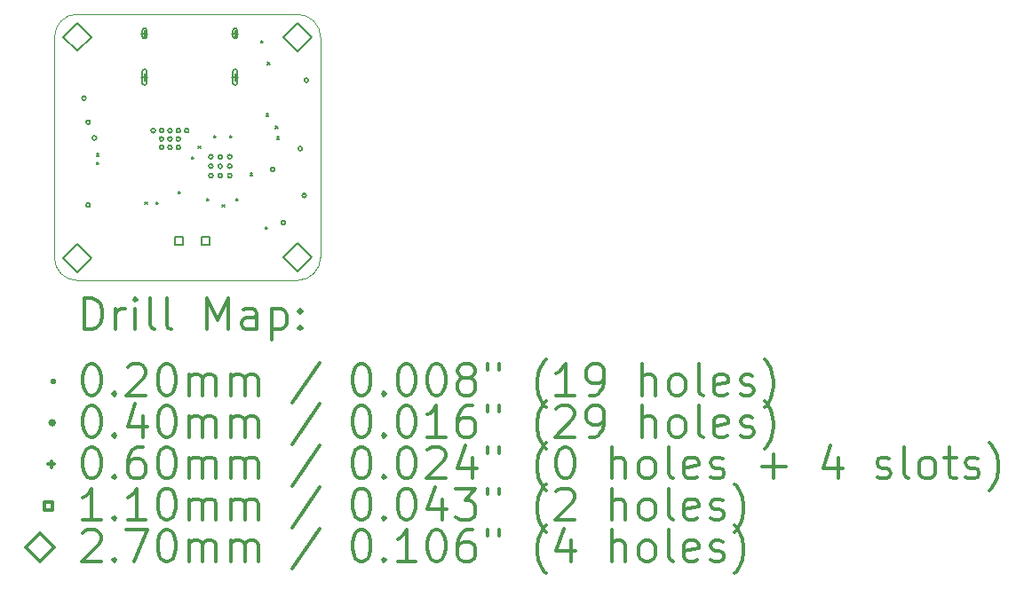
<source format=gbr>
%FSLAX45Y45*%
G04 Gerber Fmt 4.5, Leading zero omitted, Abs format (unit mm)*
G04 Created by KiCad (PCBNEW (5.1.7-0-10_14)) date 2020-10-21 09:17:31*
%MOMM*%
%LPD*%
G01*
G04 APERTURE LIST*
%TA.AperFunction,Profile*%
%ADD10C,0.050000*%
%TD*%
%ADD11C,0.200000*%
%ADD12C,0.300000*%
G04 APERTURE END LIST*
D10*
X10880000Y-3865000D02*
G75*
G02*
X11095000Y-3650000I215000J0D01*
G01*
X11095000Y-6190000D02*
G75*
G02*
X10880000Y-5975000I0J215000D01*
G01*
X13416000Y-5970000D02*
G75*
G02*
X13196000Y-6190000I-220000J0D01*
G01*
X13196000Y-3650000D02*
G75*
G02*
X13416000Y-3870000I0J-220000D01*
G01*
X10880000Y-5975000D02*
X10880000Y-3865000D01*
X13196000Y-6190000D02*
X11095000Y-6190000D01*
X13416000Y-3870000D02*
X13416000Y-5970000D01*
X11095000Y-3650000D02*
X13196000Y-3650000D01*
D11*
X11279999Y-4980000D02*
X11299999Y-5000000D01*
X11299999Y-4980000D02*
X11279999Y-5000000D01*
X11280000Y-5060000D02*
X11300000Y-5080000D01*
X11300000Y-5060000D02*
X11280000Y-5080000D01*
X11741302Y-5442848D02*
X11761302Y-5462848D01*
X11761302Y-5442848D02*
X11741302Y-5462848D01*
X11847017Y-5440146D02*
X11867017Y-5460146D01*
X11867017Y-5440146D02*
X11847017Y-5460146D01*
X12060000Y-5340000D02*
X12080000Y-5360000D01*
X12080000Y-5340000D02*
X12060000Y-5360000D01*
X12186694Y-5012499D02*
X12206694Y-5032499D01*
X12206694Y-5012499D02*
X12186694Y-5032499D01*
X12250000Y-4910000D02*
X12270000Y-4930000D01*
X12270000Y-4910000D02*
X12250000Y-4930000D01*
X12330000Y-5407499D02*
X12350000Y-5427499D01*
X12350000Y-5407499D02*
X12330000Y-5427499D01*
X12400000Y-4810000D02*
X12420000Y-4830000D01*
X12420000Y-4810000D02*
X12400000Y-4830000D01*
X12480001Y-5470000D02*
X12500001Y-5490000D01*
X12500001Y-5470000D02*
X12480001Y-5490000D01*
X12550000Y-4810000D02*
X12570000Y-4830000D01*
X12570000Y-4810000D02*
X12550000Y-4830000D01*
X12610000Y-5410000D02*
X12630000Y-5430000D01*
X12630000Y-5410000D02*
X12610000Y-5430000D01*
X12748501Y-5167251D02*
X12768501Y-5187251D01*
X12768501Y-5167251D02*
X12748501Y-5187251D01*
X12850000Y-3900000D02*
X12870000Y-3920000D01*
X12870000Y-3900000D02*
X12850000Y-3920000D01*
X12890000Y-5680000D02*
X12910000Y-5700000D01*
X12910000Y-5680000D02*
X12890000Y-5700000D01*
X12900000Y-4600000D02*
X12920000Y-4620000D01*
X12920000Y-4600000D02*
X12900000Y-4620000D01*
X12912501Y-4110000D02*
X12932501Y-4130000D01*
X12932501Y-4110000D02*
X12912501Y-4130000D01*
X12987499Y-4720000D02*
X13007499Y-4740000D01*
X13007499Y-4720000D02*
X12987499Y-4740000D01*
X13001021Y-4821021D02*
X13021021Y-4841021D01*
X13021021Y-4821021D02*
X13001021Y-4841021D01*
X11180000Y-4450000D02*
G75*
G03*
X11180000Y-4450000I-20000J0D01*
G01*
X11220000Y-4679999D02*
G75*
G03*
X11220000Y-4679999I-20000J0D01*
G01*
X11220000Y-5470000D02*
G75*
G03*
X11220000Y-5470000I-20000J0D01*
G01*
X11280000Y-4830000D02*
G75*
G03*
X11280000Y-4830000I-20000J0D01*
G01*
X11840000Y-4760000D02*
G75*
G03*
X11840000Y-4760000I-20000J0D01*
G01*
X11920000Y-4760000D02*
G75*
G03*
X11920000Y-4760000I-20000J0D01*
G01*
X11920000Y-4840000D02*
G75*
G03*
X11920000Y-4840000I-20000J0D01*
G01*
X11920000Y-4920000D02*
G75*
G03*
X11920000Y-4920000I-20000J0D01*
G01*
X12000000Y-4760000D02*
G75*
G03*
X12000000Y-4760000I-20000J0D01*
G01*
X12000000Y-4840000D02*
G75*
G03*
X12000000Y-4840000I-20000J0D01*
G01*
X12000000Y-4920000D02*
G75*
G03*
X12000000Y-4920000I-20000J0D01*
G01*
X12080000Y-4760000D02*
G75*
G03*
X12080000Y-4760000I-20000J0D01*
G01*
X12080000Y-4840000D02*
G75*
G03*
X12080000Y-4840000I-20000J0D01*
G01*
X12080000Y-4920000D02*
G75*
G03*
X12080000Y-4920000I-20000J0D01*
G01*
X12160000Y-4760000D02*
G75*
G03*
X12160000Y-4760000I-20000J0D01*
G01*
X12390000Y-5010000D02*
G75*
G03*
X12390000Y-5010000I-20000J0D01*
G01*
X12390000Y-5100000D02*
G75*
G03*
X12390000Y-5100000I-20000J0D01*
G01*
X12390000Y-5190000D02*
G75*
G03*
X12390000Y-5190000I-20000J0D01*
G01*
X12480000Y-5010000D02*
G75*
G03*
X12480000Y-5010000I-20000J0D01*
G01*
X12480000Y-5100000D02*
G75*
G03*
X12480000Y-5100000I-20000J0D01*
G01*
X12480000Y-5190000D02*
G75*
G03*
X12480000Y-5190000I-20000J0D01*
G01*
X12570000Y-5010000D02*
G75*
G03*
X12570000Y-5010000I-20000J0D01*
G01*
X12570000Y-5100000D02*
G75*
G03*
X12570000Y-5100000I-20000J0D01*
G01*
X12570000Y-5190000D02*
G75*
G03*
X12570000Y-5190000I-20000J0D01*
G01*
X12980000Y-5130000D02*
G75*
G03*
X12980000Y-5130000I-20000J0D01*
G01*
X13080000Y-5640000D02*
G75*
G03*
X13080000Y-5640000I-20000J0D01*
G01*
X13242308Y-4932308D02*
G75*
G03*
X13242308Y-4932308I-20000J0D01*
G01*
X13280000Y-5380001D02*
G75*
G03*
X13280000Y-5380001I-20000J0D01*
G01*
X13301250Y-4278751D02*
G75*
G03*
X13301250Y-4278751I-20000J0D01*
G01*
X11738000Y-3802500D02*
X11738000Y-3862500D01*
X11708000Y-3832500D02*
X11768000Y-3832500D01*
X11758000Y-3862500D02*
X11758000Y-3802500D01*
X11718000Y-3862500D02*
X11718000Y-3802500D01*
X11758000Y-3802500D02*
G75*
G03*
X11718000Y-3802500I-20000J0D01*
G01*
X11718000Y-3862500D02*
G75*
G03*
X11758000Y-3862500I20000J0D01*
G01*
X11738000Y-4220500D02*
X11738000Y-4280500D01*
X11708000Y-4250500D02*
X11768000Y-4250500D01*
X11758000Y-4305500D02*
X11758000Y-4195500D01*
X11718000Y-4305500D02*
X11718000Y-4195500D01*
X11758000Y-4195500D02*
G75*
G03*
X11718000Y-4195500I-20000J0D01*
G01*
X11718000Y-4305500D02*
G75*
G03*
X11758000Y-4305500I20000J0D01*
G01*
X12602000Y-3802500D02*
X12602000Y-3862500D01*
X12572000Y-3832500D02*
X12632000Y-3832500D01*
X12622000Y-3862500D02*
X12622000Y-3802500D01*
X12582000Y-3862500D02*
X12582000Y-3802500D01*
X12622000Y-3802500D02*
G75*
G03*
X12582000Y-3802500I-20000J0D01*
G01*
X12582000Y-3862500D02*
G75*
G03*
X12622000Y-3862500I20000J0D01*
G01*
X12602000Y-4220500D02*
X12602000Y-4280500D01*
X12572000Y-4250500D02*
X12632000Y-4250500D01*
X12622000Y-4305500D02*
X12622000Y-4195500D01*
X12582000Y-4305500D02*
X12582000Y-4195500D01*
X12622000Y-4195500D02*
G75*
G03*
X12582000Y-4195500I-20000J0D01*
G01*
X12582000Y-4305500D02*
G75*
G03*
X12622000Y-4305500I20000J0D01*
G01*
X12104891Y-5848891D02*
X12104891Y-5771109D01*
X12027109Y-5771109D01*
X12027109Y-5848891D01*
X12104891Y-5848891D01*
X12358891Y-5848891D02*
X12358891Y-5771109D01*
X12281109Y-5771109D01*
X12281109Y-5848891D01*
X12358891Y-5848891D01*
X13196000Y-6105000D02*
X13331000Y-5970000D01*
X13196000Y-5835000D01*
X13061000Y-5970000D01*
X13196000Y-6105000D01*
X11096000Y-6110000D02*
X11231000Y-5975000D01*
X11096000Y-5840000D01*
X10961000Y-5975000D01*
X11096000Y-6110000D01*
X13196000Y-4005000D02*
X13331000Y-3870000D01*
X13196000Y-3735000D01*
X13061000Y-3870000D01*
X13196000Y-4005000D01*
X11095000Y-4000000D02*
X11230000Y-3865000D01*
X11095000Y-3730000D01*
X10960000Y-3865000D01*
X11095000Y-4000000D01*
D12*
X11163928Y-6658214D02*
X11163928Y-6358214D01*
X11235357Y-6358214D01*
X11278214Y-6372500D01*
X11306786Y-6401071D01*
X11321071Y-6429643D01*
X11335357Y-6486786D01*
X11335357Y-6529643D01*
X11321071Y-6586786D01*
X11306786Y-6615357D01*
X11278214Y-6643929D01*
X11235357Y-6658214D01*
X11163928Y-6658214D01*
X11463928Y-6658214D02*
X11463928Y-6458214D01*
X11463928Y-6515357D02*
X11478214Y-6486786D01*
X11492500Y-6472500D01*
X11521071Y-6458214D01*
X11549643Y-6458214D01*
X11649643Y-6658214D02*
X11649643Y-6458214D01*
X11649643Y-6358214D02*
X11635357Y-6372500D01*
X11649643Y-6386786D01*
X11663928Y-6372500D01*
X11649643Y-6358214D01*
X11649643Y-6386786D01*
X11835357Y-6658214D02*
X11806786Y-6643929D01*
X11792500Y-6615357D01*
X11792500Y-6358214D01*
X11992500Y-6658214D02*
X11963928Y-6643929D01*
X11949643Y-6615357D01*
X11949643Y-6358214D01*
X12335357Y-6658214D02*
X12335357Y-6358214D01*
X12435357Y-6572500D01*
X12535357Y-6358214D01*
X12535357Y-6658214D01*
X12806786Y-6658214D02*
X12806786Y-6501071D01*
X12792500Y-6472500D01*
X12763928Y-6458214D01*
X12706786Y-6458214D01*
X12678214Y-6472500D01*
X12806786Y-6643929D02*
X12778214Y-6658214D01*
X12706786Y-6658214D01*
X12678214Y-6643929D01*
X12663928Y-6615357D01*
X12663928Y-6586786D01*
X12678214Y-6558214D01*
X12706786Y-6543929D01*
X12778214Y-6543929D01*
X12806786Y-6529643D01*
X12949643Y-6458214D02*
X12949643Y-6758214D01*
X12949643Y-6472500D02*
X12978214Y-6458214D01*
X13035357Y-6458214D01*
X13063928Y-6472500D01*
X13078214Y-6486786D01*
X13092500Y-6515357D01*
X13092500Y-6601071D01*
X13078214Y-6629643D01*
X13063928Y-6643929D01*
X13035357Y-6658214D01*
X12978214Y-6658214D01*
X12949643Y-6643929D01*
X13221071Y-6629643D02*
X13235357Y-6643929D01*
X13221071Y-6658214D01*
X13206786Y-6643929D01*
X13221071Y-6629643D01*
X13221071Y-6658214D01*
X13221071Y-6472500D02*
X13235357Y-6486786D01*
X13221071Y-6501071D01*
X13206786Y-6486786D01*
X13221071Y-6472500D01*
X13221071Y-6501071D01*
X10857500Y-7142500D02*
X10877500Y-7162500D01*
X10877500Y-7142500D02*
X10857500Y-7162500D01*
X11221071Y-6988214D02*
X11249643Y-6988214D01*
X11278214Y-7002500D01*
X11292500Y-7016786D01*
X11306786Y-7045357D01*
X11321071Y-7102500D01*
X11321071Y-7173929D01*
X11306786Y-7231071D01*
X11292500Y-7259643D01*
X11278214Y-7273929D01*
X11249643Y-7288214D01*
X11221071Y-7288214D01*
X11192500Y-7273929D01*
X11178214Y-7259643D01*
X11163928Y-7231071D01*
X11149643Y-7173929D01*
X11149643Y-7102500D01*
X11163928Y-7045357D01*
X11178214Y-7016786D01*
X11192500Y-7002500D01*
X11221071Y-6988214D01*
X11449643Y-7259643D02*
X11463928Y-7273929D01*
X11449643Y-7288214D01*
X11435357Y-7273929D01*
X11449643Y-7259643D01*
X11449643Y-7288214D01*
X11578214Y-7016786D02*
X11592500Y-7002500D01*
X11621071Y-6988214D01*
X11692500Y-6988214D01*
X11721071Y-7002500D01*
X11735357Y-7016786D01*
X11749643Y-7045357D01*
X11749643Y-7073929D01*
X11735357Y-7116786D01*
X11563928Y-7288214D01*
X11749643Y-7288214D01*
X11935357Y-6988214D02*
X11963928Y-6988214D01*
X11992500Y-7002500D01*
X12006786Y-7016786D01*
X12021071Y-7045357D01*
X12035357Y-7102500D01*
X12035357Y-7173929D01*
X12021071Y-7231071D01*
X12006786Y-7259643D01*
X11992500Y-7273929D01*
X11963928Y-7288214D01*
X11935357Y-7288214D01*
X11906786Y-7273929D01*
X11892500Y-7259643D01*
X11878214Y-7231071D01*
X11863928Y-7173929D01*
X11863928Y-7102500D01*
X11878214Y-7045357D01*
X11892500Y-7016786D01*
X11906786Y-7002500D01*
X11935357Y-6988214D01*
X12163928Y-7288214D02*
X12163928Y-7088214D01*
X12163928Y-7116786D02*
X12178214Y-7102500D01*
X12206786Y-7088214D01*
X12249643Y-7088214D01*
X12278214Y-7102500D01*
X12292500Y-7131071D01*
X12292500Y-7288214D01*
X12292500Y-7131071D02*
X12306786Y-7102500D01*
X12335357Y-7088214D01*
X12378214Y-7088214D01*
X12406786Y-7102500D01*
X12421071Y-7131071D01*
X12421071Y-7288214D01*
X12563928Y-7288214D02*
X12563928Y-7088214D01*
X12563928Y-7116786D02*
X12578214Y-7102500D01*
X12606786Y-7088214D01*
X12649643Y-7088214D01*
X12678214Y-7102500D01*
X12692500Y-7131071D01*
X12692500Y-7288214D01*
X12692500Y-7131071D02*
X12706786Y-7102500D01*
X12735357Y-7088214D01*
X12778214Y-7088214D01*
X12806786Y-7102500D01*
X12821071Y-7131071D01*
X12821071Y-7288214D01*
X13406786Y-6973929D02*
X13149643Y-7359643D01*
X13792500Y-6988214D02*
X13821071Y-6988214D01*
X13849643Y-7002500D01*
X13863928Y-7016786D01*
X13878214Y-7045357D01*
X13892500Y-7102500D01*
X13892500Y-7173929D01*
X13878214Y-7231071D01*
X13863928Y-7259643D01*
X13849643Y-7273929D01*
X13821071Y-7288214D01*
X13792500Y-7288214D01*
X13763928Y-7273929D01*
X13749643Y-7259643D01*
X13735357Y-7231071D01*
X13721071Y-7173929D01*
X13721071Y-7102500D01*
X13735357Y-7045357D01*
X13749643Y-7016786D01*
X13763928Y-7002500D01*
X13792500Y-6988214D01*
X14021071Y-7259643D02*
X14035357Y-7273929D01*
X14021071Y-7288214D01*
X14006786Y-7273929D01*
X14021071Y-7259643D01*
X14021071Y-7288214D01*
X14221071Y-6988214D02*
X14249643Y-6988214D01*
X14278214Y-7002500D01*
X14292500Y-7016786D01*
X14306786Y-7045357D01*
X14321071Y-7102500D01*
X14321071Y-7173929D01*
X14306786Y-7231071D01*
X14292500Y-7259643D01*
X14278214Y-7273929D01*
X14249643Y-7288214D01*
X14221071Y-7288214D01*
X14192500Y-7273929D01*
X14178214Y-7259643D01*
X14163928Y-7231071D01*
X14149643Y-7173929D01*
X14149643Y-7102500D01*
X14163928Y-7045357D01*
X14178214Y-7016786D01*
X14192500Y-7002500D01*
X14221071Y-6988214D01*
X14506786Y-6988214D02*
X14535357Y-6988214D01*
X14563928Y-7002500D01*
X14578214Y-7016786D01*
X14592500Y-7045357D01*
X14606786Y-7102500D01*
X14606786Y-7173929D01*
X14592500Y-7231071D01*
X14578214Y-7259643D01*
X14563928Y-7273929D01*
X14535357Y-7288214D01*
X14506786Y-7288214D01*
X14478214Y-7273929D01*
X14463928Y-7259643D01*
X14449643Y-7231071D01*
X14435357Y-7173929D01*
X14435357Y-7102500D01*
X14449643Y-7045357D01*
X14463928Y-7016786D01*
X14478214Y-7002500D01*
X14506786Y-6988214D01*
X14778214Y-7116786D02*
X14749643Y-7102500D01*
X14735357Y-7088214D01*
X14721071Y-7059643D01*
X14721071Y-7045357D01*
X14735357Y-7016786D01*
X14749643Y-7002500D01*
X14778214Y-6988214D01*
X14835357Y-6988214D01*
X14863928Y-7002500D01*
X14878214Y-7016786D01*
X14892500Y-7045357D01*
X14892500Y-7059643D01*
X14878214Y-7088214D01*
X14863928Y-7102500D01*
X14835357Y-7116786D01*
X14778214Y-7116786D01*
X14749643Y-7131071D01*
X14735357Y-7145357D01*
X14721071Y-7173929D01*
X14721071Y-7231071D01*
X14735357Y-7259643D01*
X14749643Y-7273929D01*
X14778214Y-7288214D01*
X14835357Y-7288214D01*
X14863928Y-7273929D01*
X14878214Y-7259643D01*
X14892500Y-7231071D01*
X14892500Y-7173929D01*
X14878214Y-7145357D01*
X14863928Y-7131071D01*
X14835357Y-7116786D01*
X15006786Y-6988214D02*
X15006786Y-7045357D01*
X15121071Y-6988214D02*
X15121071Y-7045357D01*
X15563928Y-7402500D02*
X15549643Y-7388214D01*
X15521071Y-7345357D01*
X15506786Y-7316786D01*
X15492500Y-7273929D01*
X15478214Y-7202500D01*
X15478214Y-7145357D01*
X15492500Y-7073929D01*
X15506786Y-7031071D01*
X15521071Y-7002500D01*
X15549643Y-6959643D01*
X15563928Y-6945357D01*
X15835357Y-7288214D02*
X15663928Y-7288214D01*
X15749643Y-7288214D02*
X15749643Y-6988214D01*
X15721071Y-7031071D01*
X15692500Y-7059643D01*
X15663928Y-7073929D01*
X15978214Y-7288214D02*
X16035357Y-7288214D01*
X16063928Y-7273929D01*
X16078214Y-7259643D01*
X16106786Y-7216786D01*
X16121071Y-7159643D01*
X16121071Y-7045357D01*
X16106786Y-7016786D01*
X16092500Y-7002500D01*
X16063928Y-6988214D01*
X16006786Y-6988214D01*
X15978214Y-7002500D01*
X15963928Y-7016786D01*
X15949643Y-7045357D01*
X15949643Y-7116786D01*
X15963928Y-7145357D01*
X15978214Y-7159643D01*
X16006786Y-7173929D01*
X16063928Y-7173929D01*
X16092500Y-7159643D01*
X16106786Y-7145357D01*
X16121071Y-7116786D01*
X16478214Y-7288214D02*
X16478214Y-6988214D01*
X16606786Y-7288214D02*
X16606786Y-7131071D01*
X16592500Y-7102500D01*
X16563928Y-7088214D01*
X16521071Y-7088214D01*
X16492500Y-7102500D01*
X16478214Y-7116786D01*
X16792500Y-7288214D02*
X16763928Y-7273929D01*
X16749643Y-7259643D01*
X16735357Y-7231071D01*
X16735357Y-7145357D01*
X16749643Y-7116786D01*
X16763928Y-7102500D01*
X16792500Y-7088214D01*
X16835357Y-7088214D01*
X16863928Y-7102500D01*
X16878214Y-7116786D01*
X16892500Y-7145357D01*
X16892500Y-7231071D01*
X16878214Y-7259643D01*
X16863928Y-7273929D01*
X16835357Y-7288214D01*
X16792500Y-7288214D01*
X17063928Y-7288214D02*
X17035357Y-7273929D01*
X17021071Y-7245357D01*
X17021071Y-6988214D01*
X17292500Y-7273929D02*
X17263928Y-7288214D01*
X17206786Y-7288214D01*
X17178214Y-7273929D01*
X17163928Y-7245357D01*
X17163928Y-7131071D01*
X17178214Y-7102500D01*
X17206786Y-7088214D01*
X17263928Y-7088214D01*
X17292500Y-7102500D01*
X17306786Y-7131071D01*
X17306786Y-7159643D01*
X17163928Y-7188214D01*
X17421071Y-7273929D02*
X17449643Y-7288214D01*
X17506786Y-7288214D01*
X17535357Y-7273929D01*
X17549643Y-7245357D01*
X17549643Y-7231071D01*
X17535357Y-7202500D01*
X17506786Y-7188214D01*
X17463928Y-7188214D01*
X17435357Y-7173929D01*
X17421071Y-7145357D01*
X17421071Y-7131071D01*
X17435357Y-7102500D01*
X17463928Y-7088214D01*
X17506786Y-7088214D01*
X17535357Y-7102500D01*
X17649643Y-7402500D02*
X17663928Y-7388214D01*
X17692500Y-7345357D01*
X17706786Y-7316786D01*
X17721071Y-7273929D01*
X17735357Y-7202500D01*
X17735357Y-7145357D01*
X17721071Y-7073929D01*
X17706786Y-7031071D01*
X17692500Y-7002500D01*
X17663928Y-6959643D01*
X17649643Y-6945357D01*
X10877500Y-7548500D02*
G75*
G03*
X10877500Y-7548500I-20000J0D01*
G01*
X11221071Y-7384214D02*
X11249643Y-7384214D01*
X11278214Y-7398500D01*
X11292500Y-7412786D01*
X11306786Y-7441357D01*
X11321071Y-7498500D01*
X11321071Y-7569929D01*
X11306786Y-7627071D01*
X11292500Y-7655643D01*
X11278214Y-7669929D01*
X11249643Y-7684214D01*
X11221071Y-7684214D01*
X11192500Y-7669929D01*
X11178214Y-7655643D01*
X11163928Y-7627071D01*
X11149643Y-7569929D01*
X11149643Y-7498500D01*
X11163928Y-7441357D01*
X11178214Y-7412786D01*
X11192500Y-7398500D01*
X11221071Y-7384214D01*
X11449643Y-7655643D02*
X11463928Y-7669929D01*
X11449643Y-7684214D01*
X11435357Y-7669929D01*
X11449643Y-7655643D01*
X11449643Y-7684214D01*
X11721071Y-7484214D02*
X11721071Y-7684214D01*
X11649643Y-7369929D02*
X11578214Y-7584214D01*
X11763928Y-7584214D01*
X11935357Y-7384214D02*
X11963928Y-7384214D01*
X11992500Y-7398500D01*
X12006786Y-7412786D01*
X12021071Y-7441357D01*
X12035357Y-7498500D01*
X12035357Y-7569929D01*
X12021071Y-7627071D01*
X12006786Y-7655643D01*
X11992500Y-7669929D01*
X11963928Y-7684214D01*
X11935357Y-7684214D01*
X11906786Y-7669929D01*
X11892500Y-7655643D01*
X11878214Y-7627071D01*
X11863928Y-7569929D01*
X11863928Y-7498500D01*
X11878214Y-7441357D01*
X11892500Y-7412786D01*
X11906786Y-7398500D01*
X11935357Y-7384214D01*
X12163928Y-7684214D02*
X12163928Y-7484214D01*
X12163928Y-7512786D02*
X12178214Y-7498500D01*
X12206786Y-7484214D01*
X12249643Y-7484214D01*
X12278214Y-7498500D01*
X12292500Y-7527071D01*
X12292500Y-7684214D01*
X12292500Y-7527071D02*
X12306786Y-7498500D01*
X12335357Y-7484214D01*
X12378214Y-7484214D01*
X12406786Y-7498500D01*
X12421071Y-7527071D01*
X12421071Y-7684214D01*
X12563928Y-7684214D02*
X12563928Y-7484214D01*
X12563928Y-7512786D02*
X12578214Y-7498500D01*
X12606786Y-7484214D01*
X12649643Y-7484214D01*
X12678214Y-7498500D01*
X12692500Y-7527071D01*
X12692500Y-7684214D01*
X12692500Y-7527071D02*
X12706786Y-7498500D01*
X12735357Y-7484214D01*
X12778214Y-7484214D01*
X12806786Y-7498500D01*
X12821071Y-7527071D01*
X12821071Y-7684214D01*
X13406786Y-7369929D02*
X13149643Y-7755643D01*
X13792500Y-7384214D02*
X13821071Y-7384214D01*
X13849643Y-7398500D01*
X13863928Y-7412786D01*
X13878214Y-7441357D01*
X13892500Y-7498500D01*
X13892500Y-7569929D01*
X13878214Y-7627071D01*
X13863928Y-7655643D01*
X13849643Y-7669929D01*
X13821071Y-7684214D01*
X13792500Y-7684214D01*
X13763928Y-7669929D01*
X13749643Y-7655643D01*
X13735357Y-7627071D01*
X13721071Y-7569929D01*
X13721071Y-7498500D01*
X13735357Y-7441357D01*
X13749643Y-7412786D01*
X13763928Y-7398500D01*
X13792500Y-7384214D01*
X14021071Y-7655643D02*
X14035357Y-7669929D01*
X14021071Y-7684214D01*
X14006786Y-7669929D01*
X14021071Y-7655643D01*
X14021071Y-7684214D01*
X14221071Y-7384214D02*
X14249643Y-7384214D01*
X14278214Y-7398500D01*
X14292500Y-7412786D01*
X14306786Y-7441357D01*
X14321071Y-7498500D01*
X14321071Y-7569929D01*
X14306786Y-7627071D01*
X14292500Y-7655643D01*
X14278214Y-7669929D01*
X14249643Y-7684214D01*
X14221071Y-7684214D01*
X14192500Y-7669929D01*
X14178214Y-7655643D01*
X14163928Y-7627071D01*
X14149643Y-7569929D01*
X14149643Y-7498500D01*
X14163928Y-7441357D01*
X14178214Y-7412786D01*
X14192500Y-7398500D01*
X14221071Y-7384214D01*
X14606786Y-7684214D02*
X14435357Y-7684214D01*
X14521071Y-7684214D02*
X14521071Y-7384214D01*
X14492500Y-7427071D01*
X14463928Y-7455643D01*
X14435357Y-7469929D01*
X14863928Y-7384214D02*
X14806786Y-7384214D01*
X14778214Y-7398500D01*
X14763928Y-7412786D01*
X14735357Y-7455643D01*
X14721071Y-7512786D01*
X14721071Y-7627071D01*
X14735357Y-7655643D01*
X14749643Y-7669929D01*
X14778214Y-7684214D01*
X14835357Y-7684214D01*
X14863928Y-7669929D01*
X14878214Y-7655643D01*
X14892500Y-7627071D01*
X14892500Y-7555643D01*
X14878214Y-7527071D01*
X14863928Y-7512786D01*
X14835357Y-7498500D01*
X14778214Y-7498500D01*
X14749643Y-7512786D01*
X14735357Y-7527071D01*
X14721071Y-7555643D01*
X15006786Y-7384214D02*
X15006786Y-7441357D01*
X15121071Y-7384214D02*
X15121071Y-7441357D01*
X15563928Y-7798500D02*
X15549643Y-7784214D01*
X15521071Y-7741357D01*
X15506786Y-7712786D01*
X15492500Y-7669929D01*
X15478214Y-7598500D01*
X15478214Y-7541357D01*
X15492500Y-7469929D01*
X15506786Y-7427071D01*
X15521071Y-7398500D01*
X15549643Y-7355643D01*
X15563928Y-7341357D01*
X15663928Y-7412786D02*
X15678214Y-7398500D01*
X15706786Y-7384214D01*
X15778214Y-7384214D01*
X15806786Y-7398500D01*
X15821071Y-7412786D01*
X15835357Y-7441357D01*
X15835357Y-7469929D01*
X15821071Y-7512786D01*
X15649643Y-7684214D01*
X15835357Y-7684214D01*
X15978214Y-7684214D02*
X16035357Y-7684214D01*
X16063928Y-7669929D01*
X16078214Y-7655643D01*
X16106786Y-7612786D01*
X16121071Y-7555643D01*
X16121071Y-7441357D01*
X16106786Y-7412786D01*
X16092500Y-7398500D01*
X16063928Y-7384214D01*
X16006786Y-7384214D01*
X15978214Y-7398500D01*
X15963928Y-7412786D01*
X15949643Y-7441357D01*
X15949643Y-7512786D01*
X15963928Y-7541357D01*
X15978214Y-7555643D01*
X16006786Y-7569929D01*
X16063928Y-7569929D01*
X16092500Y-7555643D01*
X16106786Y-7541357D01*
X16121071Y-7512786D01*
X16478214Y-7684214D02*
X16478214Y-7384214D01*
X16606786Y-7684214D02*
X16606786Y-7527071D01*
X16592500Y-7498500D01*
X16563928Y-7484214D01*
X16521071Y-7484214D01*
X16492500Y-7498500D01*
X16478214Y-7512786D01*
X16792500Y-7684214D02*
X16763928Y-7669929D01*
X16749643Y-7655643D01*
X16735357Y-7627071D01*
X16735357Y-7541357D01*
X16749643Y-7512786D01*
X16763928Y-7498500D01*
X16792500Y-7484214D01*
X16835357Y-7484214D01*
X16863928Y-7498500D01*
X16878214Y-7512786D01*
X16892500Y-7541357D01*
X16892500Y-7627071D01*
X16878214Y-7655643D01*
X16863928Y-7669929D01*
X16835357Y-7684214D01*
X16792500Y-7684214D01*
X17063928Y-7684214D02*
X17035357Y-7669929D01*
X17021071Y-7641357D01*
X17021071Y-7384214D01*
X17292500Y-7669929D02*
X17263928Y-7684214D01*
X17206786Y-7684214D01*
X17178214Y-7669929D01*
X17163928Y-7641357D01*
X17163928Y-7527071D01*
X17178214Y-7498500D01*
X17206786Y-7484214D01*
X17263928Y-7484214D01*
X17292500Y-7498500D01*
X17306786Y-7527071D01*
X17306786Y-7555643D01*
X17163928Y-7584214D01*
X17421071Y-7669929D02*
X17449643Y-7684214D01*
X17506786Y-7684214D01*
X17535357Y-7669929D01*
X17549643Y-7641357D01*
X17549643Y-7627071D01*
X17535357Y-7598500D01*
X17506786Y-7584214D01*
X17463928Y-7584214D01*
X17435357Y-7569929D01*
X17421071Y-7541357D01*
X17421071Y-7527071D01*
X17435357Y-7498500D01*
X17463928Y-7484214D01*
X17506786Y-7484214D01*
X17535357Y-7498500D01*
X17649643Y-7798500D02*
X17663928Y-7784214D01*
X17692500Y-7741357D01*
X17706786Y-7712786D01*
X17721071Y-7669929D01*
X17735357Y-7598500D01*
X17735357Y-7541357D01*
X17721071Y-7469929D01*
X17706786Y-7427071D01*
X17692500Y-7398500D01*
X17663928Y-7355643D01*
X17649643Y-7341357D01*
X10847500Y-7914500D02*
X10847500Y-7974500D01*
X10817500Y-7944500D02*
X10877500Y-7944500D01*
X11221071Y-7780214D02*
X11249643Y-7780214D01*
X11278214Y-7794500D01*
X11292500Y-7808786D01*
X11306786Y-7837357D01*
X11321071Y-7894500D01*
X11321071Y-7965929D01*
X11306786Y-8023071D01*
X11292500Y-8051643D01*
X11278214Y-8065929D01*
X11249643Y-8080214D01*
X11221071Y-8080214D01*
X11192500Y-8065929D01*
X11178214Y-8051643D01*
X11163928Y-8023071D01*
X11149643Y-7965929D01*
X11149643Y-7894500D01*
X11163928Y-7837357D01*
X11178214Y-7808786D01*
X11192500Y-7794500D01*
X11221071Y-7780214D01*
X11449643Y-8051643D02*
X11463928Y-8065929D01*
X11449643Y-8080214D01*
X11435357Y-8065929D01*
X11449643Y-8051643D01*
X11449643Y-8080214D01*
X11721071Y-7780214D02*
X11663928Y-7780214D01*
X11635357Y-7794500D01*
X11621071Y-7808786D01*
X11592500Y-7851643D01*
X11578214Y-7908786D01*
X11578214Y-8023071D01*
X11592500Y-8051643D01*
X11606786Y-8065929D01*
X11635357Y-8080214D01*
X11692500Y-8080214D01*
X11721071Y-8065929D01*
X11735357Y-8051643D01*
X11749643Y-8023071D01*
X11749643Y-7951643D01*
X11735357Y-7923071D01*
X11721071Y-7908786D01*
X11692500Y-7894500D01*
X11635357Y-7894500D01*
X11606786Y-7908786D01*
X11592500Y-7923071D01*
X11578214Y-7951643D01*
X11935357Y-7780214D02*
X11963928Y-7780214D01*
X11992500Y-7794500D01*
X12006786Y-7808786D01*
X12021071Y-7837357D01*
X12035357Y-7894500D01*
X12035357Y-7965929D01*
X12021071Y-8023071D01*
X12006786Y-8051643D01*
X11992500Y-8065929D01*
X11963928Y-8080214D01*
X11935357Y-8080214D01*
X11906786Y-8065929D01*
X11892500Y-8051643D01*
X11878214Y-8023071D01*
X11863928Y-7965929D01*
X11863928Y-7894500D01*
X11878214Y-7837357D01*
X11892500Y-7808786D01*
X11906786Y-7794500D01*
X11935357Y-7780214D01*
X12163928Y-8080214D02*
X12163928Y-7880214D01*
X12163928Y-7908786D02*
X12178214Y-7894500D01*
X12206786Y-7880214D01*
X12249643Y-7880214D01*
X12278214Y-7894500D01*
X12292500Y-7923071D01*
X12292500Y-8080214D01*
X12292500Y-7923071D02*
X12306786Y-7894500D01*
X12335357Y-7880214D01*
X12378214Y-7880214D01*
X12406786Y-7894500D01*
X12421071Y-7923071D01*
X12421071Y-8080214D01*
X12563928Y-8080214D02*
X12563928Y-7880214D01*
X12563928Y-7908786D02*
X12578214Y-7894500D01*
X12606786Y-7880214D01*
X12649643Y-7880214D01*
X12678214Y-7894500D01*
X12692500Y-7923071D01*
X12692500Y-8080214D01*
X12692500Y-7923071D02*
X12706786Y-7894500D01*
X12735357Y-7880214D01*
X12778214Y-7880214D01*
X12806786Y-7894500D01*
X12821071Y-7923071D01*
X12821071Y-8080214D01*
X13406786Y-7765929D02*
X13149643Y-8151643D01*
X13792500Y-7780214D02*
X13821071Y-7780214D01*
X13849643Y-7794500D01*
X13863928Y-7808786D01*
X13878214Y-7837357D01*
X13892500Y-7894500D01*
X13892500Y-7965929D01*
X13878214Y-8023071D01*
X13863928Y-8051643D01*
X13849643Y-8065929D01*
X13821071Y-8080214D01*
X13792500Y-8080214D01*
X13763928Y-8065929D01*
X13749643Y-8051643D01*
X13735357Y-8023071D01*
X13721071Y-7965929D01*
X13721071Y-7894500D01*
X13735357Y-7837357D01*
X13749643Y-7808786D01*
X13763928Y-7794500D01*
X13792500Y-7780214D01*
X14021071Y-8051643D02*
X14035357Y-8065929D01*
X14021071Y-8080214D01*
X14006786Y-8065929D01*
X14021071Y-8051643D01*
X14021071Y-8080214D01*
X14221071Y-7780214D02*
X14249643Y-7780214D01*
X14278214Y-7794500D01*
X14292500Y-7808786D01*
X14306786Y-7837357D01*
X14321071Y-7894500D01*
X14321071Y-7965929D01*
X14306786Y-8023071D01*
X14292500Y-8051643D01*
X14278214Y-8065929D01*
X14249643Y-8080214D01*
X14221071Y-8080214D01*
X14192500Y-8065929D01*
X14178214Y-8051643D01*
X14163928Y-8023071D01*
X14149643Y-7965929D01*
X14149643Y-7894500D01*
X14163928Y-7837357D01*
X14178214Y-7808786D01*
X14192500Y-7794500D01*
X14221071Y-7780214D01*
X14435357Y-7808786D02*
X14449643Y-7794500D01*
X14478214Y-7780214D01*
X14549643Y-7780214D01*
X14578214Y-7794500D01*
X14592500Y-7808786D01*
X14606786Y-7837357D01*
X14606786Y-7865929D01*
X14592500Y-7908786D01*
X14421071Y-8080214D01*
X14606786Y-8080214D01*
X14863928Y-7880214D02*
X14863928Y-8080214D01*
X14792500Y-7765929D02*
X14721071Y-7980214D01*
X14906786Y-7980214D01*
X15006786Y-7780214D02*
X15006786Y-7837357D01*
X15121071Y-7780214D02*
X15121071Y-7837357D01*
X15563928Y-8194500D02*
X15549643Y-8180214D01*
X15521071Y-8137357D01*
X15506786Y-8108786D01*
X15492500Y-8065929D01*
X15478214Y-7994500D01*
X15478214Y-7937357D01*
X15492500Y-7865929D01*
X15506786Y-7823071D01*
X15521071Y-7794500D01*
X15549643Y-7751643D01*
X15563928Y-7737357D01*
X15735357Y-7780214D02*
X15763928Y-7780214D01*
X15792500Y-7794500D01*
X15806786Y-7808786D01*
X15821071Y-7837357D01*
X15835357Y-7894500D01*
X15835357Y-7965929D01*
X15821071Y-8023071D01*
X15806786Y-8051643D01*
X15792500Y-8065929D01*
X15763928Y-8080214D01*
X15735357Y-8080214D01*
X15706786Y-8065929D01*
X15692500Y-8051643D01*
X15678214Y-8023071D01*
X15663928Y-7965929D01*
X15663928Y-7894500D01*
X15678214Y-7837357D01*
X15692500Y-7808786D01*
X15706786Y-7794500D01*
X15735357Y-7780214D01*
X16192500Y-8080214D02*
X16192500Y-7780214D01*
X16321071Y-8080214D02*
X16321071Y-7923071D01*
X16306786Y-7894500D01*
X16278214Y-7880214D01*
X16235357Y-7880214D01*
X16206786Y-7894500D01*
X16192500Y-7908786D01*
X16506786Y-8080214D02*
X16478214Y-8065929D01*
X16463928Y-8051643D01*
X16449643Y-8023071D01*
X16449643Y-7937357D01*
X16463928Y-7908786D01*
X16478214Y-7894500D01*
X16506786Y-7880214D01*
X16549643Y-7880214D01*
X16578214Y-7894500D01*
X16592500Y-7908786D01*
X16606786Y-7937357D01*
X16606786Y-8023071D01*
X16592500Y-8051643D01*
X16578214Y-8065929D01*
X16549643Y-8080214D01*
X16506786Y-8080214D01*
X16778214Y-8080214D02*
X16749643Y-8065929D01*
X16735357Y-8037357D01*
X16735357Y-7780214D01*
X17006786Y-8065929D02*
X16978214Y-8080214D01*
X16921071Y-8080214D01*
X16892500Y-8065929D01*
X16878214Y-8037357D01*
X16878214Y-7923071D01*
X16892500Y-7894500D01*
X16921071Y-7880214D01*
X16978214Y-7880214D01*
X17006786Y-7894500D01*
X17021071Y-7923071D01*
X17021071Y-7951643D01*
X16878214Y-7980214D01*
X17135357Y-8065929D02*
X17163928Y-8080214D01*
X17221071Y-8080214D01*
X17249643Y-8065929D01*
X17263928Y-8037357D01*
X17263928Y-8023071D01*
X17249643Y-7994500D01*
X17221071Y-7980214D01*
X17178214Y-7980214D01*
X17149643Y-7965929D01*
X17135357Y-7937357D01*
X17135357Y-7923071D01*
X17149643Y-7894500D01*
X17178214Y-7880214D01*
X17221071Y-7880214D01*
X17249643Y-7894500D01*
X17621071Y-7965929D02*
X17849643Y-7965929D01*
X17735357Y-8080214D02*
X17735357Y-7851643D01*
X18349643Y-7880214D02*
X18349643Y-8080214D01*
X18278214Y-7765929D02*
X18206786Y-7980214D01*
X18392500Y-7980214D01*
X18721071Y-8065929D02*
X18749643Y-8080214D01*
X18806786Y-8080214D01*
X18835357Y-8065929D01*
X18849643Y-8037357D01*
X18849643Y-8023071D01*
X18835357Y-7994500D01*
X18806786Y-7980214D01*
X18763928Y-7980214D01*
X18735357Y-7965929D01*
X18721071Y-7937357D01*
X18721071Y-7923071D01*
X18735357Y-7894500D01*
X18763928Y-7880214D01*
X18806786Y-7880214D01*
X18835357Y-7894500D01*
X19021071Y-8080214D02*
X18992500Y-8065929D01*
X18978214Y-8037357D01*
X18978214Y-7780214D01*
X19178214Y-8080214D02*
X19149643Y-8065929D01*
X19135357Y-8051643D01*
X19121071Y-8023071D01*
X19121071Y-7937357D01*
X19135357Y-7908786D01*
X19149643Y-7894500D01*
X19178214Y-7880214D01*
X19221071Y-7880214D01*
X19249643Y-7894500D01*
X19263928Y-7908786D01*
X19278214Y-7937357D01*
X19278214Y-8023071D01*
X19263928Y-8051643D01*
X19249643Y-8065929D01*
X19221071Y-8080214D01*
X19178214Y-8080214D01*
X19363928Y-7880214D02*
X19478214Y-7880214D01*
X19406786Y-7780214D02*
X19406786Y-8037357D01*
X19421071Y-8065929D01*
X19449643Y-8080214D01*
X19478214Y-8080214D01*
X19563928Y-8065929D02*
X19592500Y-8080214D01*
X19649643Y-8080214D01*
X19678214Y-8065929D01*
X19692500Y-8037357D01*
X19692500Y-8023071D01*
X19678214Y-7994500D01*
X19649643Y-7980214D01*
X19606786Y-7980214D01*
X19578214Y-7965929D01*
X19563928Y-7937357D01*
X19563928Y-7923071D01*
X19578214Y-7894500D01*
X19606786Y-7880214D01*
X19649643Y-7880214D01*
X19678214Y-7894500D01*
X19792500Y-8194500D02*
X19806786Y-8180214D01*
X19835357Y-8137357D01*
X19849643Y-8108786D01*
X19863928Y-8065929D01*
X19878214Y-7994500D01*
X19878214Y-7937357D01*
X19863928Y-7865929D01*
X19849643Y-7823071D01*
X19835357Y-7794500D01*
X19806786Y-7751643D01*
X19792500Y-7737357D01*
X10861391Y-8379391D02*
X10861391Y-8301609D01*
X10783609Y-8301609D01*
X10783609Y-8379391D01*
X10861391Y-8379391D01*
X11321071Y-8476214D02*
X11149643Y-8476214D01*
X11235357Y-8476214D02*
X11235357Y-8176214D01*
X11206786Y-8219071D01*
X11178214Y-8247643D01*
X11149643Y-8261929D01*
X11449643Y-8447643D02*
X11463928Y-8461929D01*
X11449643Y-8476214D01*
X11435357Y-8461929D01*
X11449643Y-8447643D01*
X11449643Y-8476214D01*
X11749643Y-8476214D02*
X11578214Y-8476214D01*
X11663928Y-8476214D02*
X11663928Y-8176214D01*
X11635357Y-8219071D01*
X11606786Y-8247643D01*
X11578214Y-8261929D01*
X11935357Y-8176214D02*
X11963928Y-8176214D01*
X11992500Y-8190500D01*
X12006786Y-8204786D01*
X12021071Y-8233357D01*
X12035357Y-8290500D01*
X12035357Y-8361929D01*
X12021071Y-8419072D01*
X12006786Y-8447643D01*
X11992500Y-8461929D01*
X11963928Y-8476214D01*
X11935357Y-8476214D01*
X11906786Y-8461929D01*
X11892500Y-8447643D01*
X11878214Y-8419072D01*
X11863928Y-8361929D01*
X11863928Y-8290500D01*
X11878214Y-8233357D01*
X11892500Y-8204786D01*
X11906786Y-8190500D01*
X11935357Y-8176214D01*
X12163928Y-8476214D02*
X12163928Y-8276214D01*
X12163928Y-8304786D02*
X12178214Y-8290500D01*
X12206786Y-8276214D01*
X12249643Y-8276214D01*
X12278214Y-8290500D01*
X12292500Y-8319071D01*
X12292500Y-8476214D01*
X12292500Y-8319071D02*
X12306786Y-8290500D01*
X12335357Y-8276214D01*
X12378214Y-8276214D01*
X12406786Y-8290500D01*
X12421071Y-8319071D01*
X12421071Y-8476214D01*
X12563928Y-8476214D02*
X12563928Y-8276214D01*
X12563928Y-8304786D02*
X12578214Y-8290500D01*
X12606786Y-8276214D01*
X12649643Y-8276214D01*
X12678214Y-8290500D01*
X12692500Y-8319071D01*
X12692500Y-8476214D01*
X12692500Y-8319071D02*
X12706786Y-8290500D01*
X12735357Y-8276214D01*
X12778214Y-8276214D01*
X12806786Y-8290500D01*
X12821071Y-8319071D01*
X12821071Y-8476214D01*
X13406786Y-8161929D02*
X13149643Y-8547643D01*
X13792500Y-8176214D02*
X13821071Y-8176214D01*
X13849643Y-8190500D01*
X13863928Y-8204786D01*
X13878214Y-8233357D01*
X13892500Y-8290500D01*
X13892500Y-8361929D01*
X13878214Y-8419072D01*
X13863928Y-8447643D01*
X13849643Y-8461929D01*
X13821071Y-8476214D01*
X13792500Y-8476214D01*
X13763928Y-8461929D01*
X13749643Y-8447643D01*
X13735357Y-8419072D01*
X13721071Y-8361929D01*
X13721071Y-8290500D01*
X13735357Y-8233357D01*
X13749643Y-8204786D01*
X13763928Y-8190500D01*
X13792500Y-8176214D01*
X14021071Y-8447643D02*
X14035357Y-8461929D01*
X14021071Y-8476214D01*
X14006786Y-8461929D01*
X14021071Y-8447643D01*
X14021071Y-8476214D01*
X14221071Y-8176214D02*
X14249643Y-8176214D01*
X14278214Y-8190500D01*
X14292500Y-8204786D01*
X14306786Y-8233357D01*
X14321071Y-8290500D01*
X14321071Y-8361929D01*
X14306786Y-8419072D01*
X14292500Y-8447643D01*
X14278214Y-8461929D01*
X14249643Y-8476214D01*
X14221071Y-8476214D01*
X14192500Y-8461929D01*
X14178214Y-8447643D01*
X14163928Y-8419072D01*
X14149643Y-8361929D01*
X14149643Y-8290500D01*
X14163928Y-8233357D01*
X14178214Y-8204786D01*
X14192500Y-8190500D01*
X14221071Y-8176214D01*
X14578214Y-8276214D02*
X14578214Y-8476214D01*
X14506786Y-8161929D02*
X14435357Y-8376214D01*
X14621071Y-8376214D01*
X14706786Y-8176214D02*
X14892500Y-8176214D01*
X14792500Y-8290500D01*
X14835357Y-8290500D01*
X14863928Y-8304786D01*
X14878214Y-8319071D01*
X14892500Y-8347643D01*
X14892500Y-8419072D01*
X14878214Y-8447643D01*
X14863928Y-8461929D01*
X14835357Y-8476214D01*
X14749643Y-8476214D01*
X14721071Y-8461929D01*
X14706786Y-8447643D01*
X15006786Y-8176214D02*
X15006786Y-8233357D01*
X15121071Y-8176214D02*
X15121071Y-8233357D01*
X15563928Y-8590500D02*
X15549643Y-8576214D01*
X15521071Y-8533357D01*
X15506786Y-8504786D01*
X15492500Y-8461929D01*
X15478214Y-8390500D01*
X15478214Y-8333357D01*
X15492500Y-8261929D01*
X15506786Y-8219071D01*
X15521071Y-8190500D01*
X15549643Y-8147643D01*
X15563928Y-8133357D01*
X15663928Y-8204786D02*
X15678214Y-8190500D01*
X15706786Y-8176214D01*
X15778214Y-8176214D01*
X15806786Y-8190500D01*
X15821071Y-8204786D01*
X15835357Y-8233357D01*
X15835357Y-8261929D01*
X15821071Y-8304786D01*
X15649643Y-8476214D01*
X15835357Y-8476214D01*
X16192500Y-8476214D02*
X16192500Y-8176214D01*
X16321071Y-8476214D02*
X16321071Y-8319071D01*
X16306786Y-8290500D01*
X16278214Y-8276214D01*
X16235357Y-8276214D01*
X16206786Y-8290500D01*
X16192500Y-8304786D01*
X16506786Y-8476214D02*
X16478214Y-8461929D01*
X16463928Y-8447643D01*
X16449643Y-8419072D01*
X16449643Y-8333357D01*
X16463928Y-8304786D01*
X16478214Y-8290500D01*
X16506786Y-8276214D01*
X16549643Y-8276214D01*
X16578214Y-8290500D01*
X16592500Y-8304786D01*
X16606786Y-8333357D01*
X16606786Y-8419072D01*
X16592500Y-8447643D01*
X16578214Y-8461929D01*
X16549643Y-8476214D01*
X16506786Y-8476214D01*
X16778214Y-8476214D02*
X16749643Y-8461929D01*
X16735357Y-8433357D01*
X16735357Y-8176214D01*
X17006786Y-8461929D02*
X16978214Y-8476214D01*
X16921071Y-8476214D01*
X16892500Y-8461929D01*
X16878214Y-8433357D01*
X16878214Y-8319071D01*
X16892500Y-8290500D01*
X16921071Y-8276214D01*
X16978214Y-8276214D01*
X17006786Y-8290500D01*
X17021071Y-8319071D01*
X17021071Y-8347643D01*
X16878214Y-8376214D01*
X17135357Y-8461929D02*
X17163928Y-8476214D01*
X17221071Y-8476214D01*
X17249643Y-8461929D01*
X17263928Y-8433357D01*
X17263928Y-8419072D01*
X17249643Y-8390500D01*
X17221071Y-8376214D01*
X17178214Y-8376214D01*
X17149643Y-8361929D01*
X17135357Y-8333357D01*
X17135357Y-8319071D01*
X17149643Y-8290500D01*
X17178214Y-8276214D01*
X17221071Y-8276214D01*
X17249643Y-8290500D01*
X17363928Y-8590500D02*
X17378214Y-8576214D01*
X17406786Y-8533357D01*
X17421071Y-8504786D01*
X17435357Y-8461929D01*
X17449643Y-8390500D01*
X17449643Y-8333357D01*
X17435357Y-8261929D01*
X17421071Y-8219071D01*
X17406786Y-8190500D01*
X17378214Y-8147643D01*
X17363928Y-8133357D01*
X10742500Y-8871500D02*
X10877500Y-8736500D01*
X10742500Y-8601500D01*
X10607500Y-8736500D01*
X10742500Y-8871500D01*
X11149643Y-8600786D02*
X11163928Y-8586500D01*
X11192500Y-8572214D01*
X11263928Y-8572214D01*
X11292500Y-8586500D01*
X11306786Y-8600786D01*
X11321071Y-8629357D01*
X11321071Y-8657929D01*
X11306786Y-8700786D01*
X11135357Y-8872214D01*
X11321071Y-8872214D01*
X11449643Y-8843643D02*
X11463928Y-8857929D01*
X11449643Y-8872214D01*
X11435357Y-8857929D01*
X11449643Y-8843643D01*
X11449643Y-8872214D01*
X11563928Y-8572214D02*
X11763928Y-8572214D01*
X11635357Y-8872214D01*
X11935357Y-8572214D02*
X11963928Y-8572214D01*
X11992500Y-8586500D01*
X12006786Y-8600786D01*
X12021071Y-8629357D01*
X12035357Y-8686500D01*
X12035357Y-8757929D01*
X12021071Y-8815072D01*
X12006786Y-8843643D01*
X11992500Y-8857929D01*
X11963928Y-8872214D01*
X11935357Y-8872214D01*
X11906786Y-8857929D01*
X11892500Y-8843643D01*
X11878214Y-8815072D01*
X11863928Y-8757929D01*
X11863928Y-8686500D01*
X11878214Y-8629357D01*
X11892500Y-8600786D01*
X11906786Y-8586500D01*
X11935357Y-8572214D01*
X12163928Y-8872214D02*
X12163928Y-8672214D01*
X12163928Y-8700786D02*
X12178214Y-8686500D01*
X12206786Y-8672214D01*
X12249643Y-8672214D01*
X12278214Y-8686500D01*
X12292500Y-8715072D01*
X12292500Y-8872214D01*
X12292500Y-8715072D02*
X12306786Y-8686500D01*
X12335357Y-8672214D01*
X12378214Y-8672214D01*
X12406786Y-8686500D01*
X12421071Y-8715072D01*
X12421071Y-8872214D01*
X12563928Y-8872214D02*
X12563928Y-8672214D01*
X12563928Y-8700786D02*
X12578214Y-8686500D01*
X12606786Y-8672214D01*
X12649643Y-8672214D01*
X12678214Y-8686500D01*
X12692500Y-8715072D01*
X12692500Y-8872214D01*
X12692500Y-8715072D02*
X12706786Y-8686500D01*
X12735357Y-8672214D01*
X12778214Y-8672214D01*
X12806786Y-8686500D01*
X12821071Y-8715072D01*
X12821071Y-8872214D01*
X13406786Y-8557929D02*
X13149643Y-8943643D01*
X13792500Y-8572214D02*
X13821071Y-8572214D01*
X13849643Y-8586500D01*
X13863928Y-8600786D01*
X13878214Y-8629357D01*
X13892500Y-8686500D01*
X13892500Y-8757929D01*
X13878214Y-8815072D01*
X13863928Y-8843643D01*
X13849643Y-8857929D01*
X13821071Y-8872214D01*
X13792500Y-8872214D01*
X13763928Y-8857929D01*
X13749643Y-8843643D01*
X13735357Y-8815072D01*
X13721071Y-8757929D01*
X13721071Y-8686500D01*
X13735357Y-8629357D01*
X13749643Y-8600786D01*
X13763928Y-8586500D01*
X13792500Y-8572214D01*
X14021071Y-8843643D02*
X14035357Y-8857929D01*
X14021071Y-8872214D01*
X14006786Y-8857929D01*
X14021071Y-8843643D01*
X14021071Y-8872214D01*
X14321071Y-8872214D02*
X14149643Y-8872214D01*
X14235357Y-8872214D02*
X14235357Y-8572214D01*
X14206786Y-8615072D01*
X14178214Y-8643643D01*
X14149643Y-8657929D01*
X14506786Y-8572214D02*
X14535357Y-8572214D01*
X14563928Y-8586500D01*
X14578214Y-8600786D01*
X14592500Y-8629357D01*
X14606786Y-8686500D01*
X14606786Y-8757929D01*
X14592500Y-8815072D01*
X14578214Y-8843643D01*
X14563928Y-8857929D01*
X14535357Y-8872214D01*
X14506786Y-8872214D01*
X14478214Y-8857929D01*
X14463928Y-8843643D01*
X14449643Y-8815072D01*
X14435357Y-8757929D01*
X14435357Y-8686500D01*
X14449643Y-8629357D01*
X14463928Y-8600786D01*
X14478214Y-8586500D01*
X14506786Y-8572214D01*
X14863928Y-8572214D02*
X14806786Y-8572214D01*
X14778214Y-8586500D01*
X14763928Y-8600786D01*
X14735357Y-8643643D01*
X14721071Y-8700786D01*
X14721071Y-8815072D01*
X14735357Y-8843643D01*
X14749643Y-8857929D01*
X14778214Y-8872214D01*
X14835357Y-8872214D01*
X14863928Y-8857929D01*
X14878214Y-8843643D01*
X14892500Y-8815072D01*
X14892500Y-8743643D01*
X14878214Y-8715072D01*
X14863928Y-8700786D01*
X14835357Y-8686500D01*
X14778214Y-8686500D01*
X14749643Y-8700786D01*
X14735357Y-8715072D01*
X14721071Y-8743643D01*
X15006786Y-8572214D02*
X15006786Y-8629357D01*
X15121071Y-8572214D02*
X15121071Y-8629357D01*
X15563928Y-8986500D02*
X15549643Y-8972214D01*
X15521071Y-8929357D01*
X15506786Y-8900786D01*
X15492500Y-8857929D01*
X15478214Y-8786500D01*
X15478214Y-8729357D01*
X15492500Y-8657929D01*
X15506786Y-8615072D01*
X15521071Y-8586500D01*
X15549643Y-8543643D01*
X15563928Y-8529357D01*
X15806786Y-8672214D02*
X15806786Y-8872214D01*
X15735357Y-8557929D02*
X15663928Y-8772214D01*
X15849643Y-8772214D01*
X16192500Y-8872214D02*
X16192500Y-8572214D01*
X16321071Y-8872214D02*
X16321071Y-8715072D01*
X16306786Y-8686500D01*
X16278214Y-8672214D01*
X16235357Y-8672214D01*
X16206786Y-8686500D01*
X16192500Y-8700786D01*
X16506786Y-8872214D02*
X16478214Y-8857929D01*
X16463928Y-8843643D01*
X16449643Y-8815072D01*
X16449643Y-8729357D01*
X16463928Y-8700786D01*
X16478214Y-8686500D01*
X16506786Y-8672214D01*
X16549643Y-8672214D01*
X16578214Y-8686500D01*
X16592500Y-8700786D01*
X16606786Y-8729357D01*
X16606786Y-8815072D01*
X16592500Y-8843643D01*
X16578214Y-8857929D01*
X16549643Y-8872214D01*
X16506786Y-8872214D01*
X16778214Y-8872214D02*
X16749643Y-8857929D01*
X16735357Y-8829357D01*
X16735357Y-8572214D01*
X17006786Y-8857929D02*
X16978214Y-8872214D01*
X16921071Y-8872214D01*
X16892500Y-8857929D01*
X16878214Y-8829357D01*
X16878214Y-8715072D01*
X16892500Y-8686500D01*
X16921071Y-8672214D01*
X16978214Y-8672214D01*
X17006786Y-8686500D01*
X17021071Y-8715072D01*
X17021071Y-8743643D01*
X16878214Y-8772214D01*
X17135357Y-8857929D02*
X17163928Y-8872214D01*
X17221071Y-8872214D01*
X17249643Y-8857929D01*
X17263928Y-8829357D01*
X17263928Y-8815072D01*
X17249643Y-8786500D01*
X17221071Y-8772214D01*
X17178214Y-8772214D01*
X17149643Y-8757929D01*
X17135357Y-8729357D01*
X17135357Y-8715072D01*
X17149643Y-8686500D01*
X17178214Y-8672214D01*
X17221071Y-8672214D01*
X17249643Y-8686500D01*
X17363928Y-8986500D02*
X17378214Y-8972214D01*
X17406786Y-8929357D01*
X17421071Y-8900786D01*
X17435357Y-8857929D01*
X17449643Y-8786500D01*
X17449643Y-8729357D01*
X17435357Y-8657929D01*
X17421071Y-8615072D01*
X17406786Y-8586500D01*
X17378214Y-8543643D01*
X17363928Y-8529357D01*
M02*

</source>
